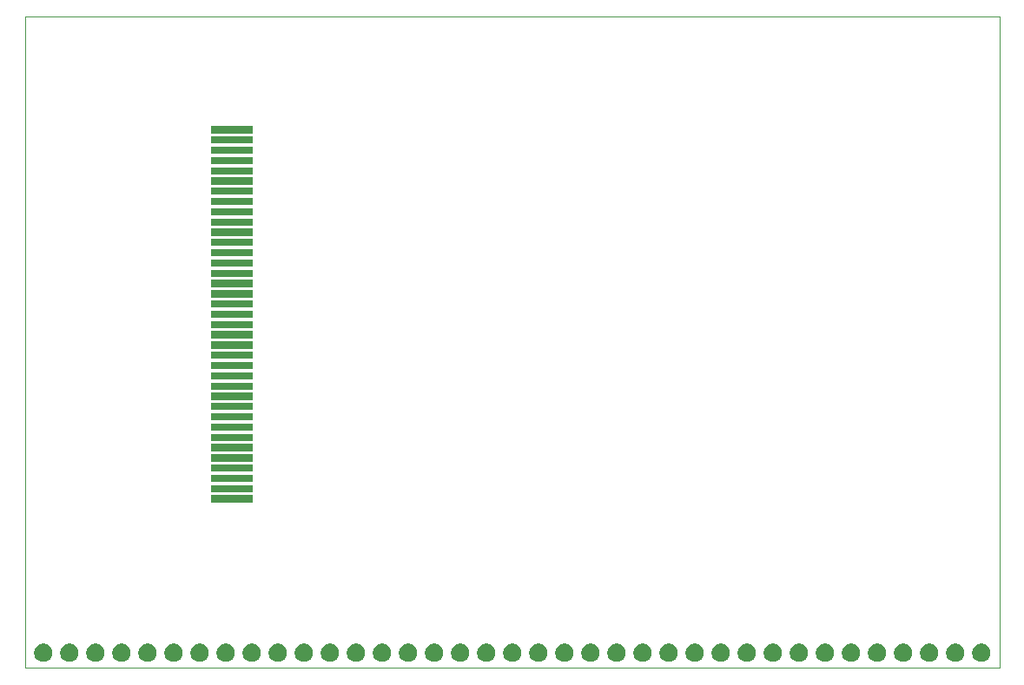
<source format=gbr>
G04 #@! TF.GenerationSoftware,KiCad,Pcbnew,(5.1.5)-3*
G04 #@! TF.CreationDate,2020-05-28T15:20:15-05:00*
G04 #@! TF.ProjectId,37P_TFT_Breakout,3337505f-5446-4545-9f42-7265616b6f75,rev?*
G04 #@! TF.SameCoordinates,Original*
G04 #@! TF.FileFunction,Soldermask,Top*
G04 #@! TF.FilePolarity,Negative*
%FSLAX46Y46*%
G04 Gerber Fmt 4.6, Leading zero omitted, Abs format (unit mm)*
G04 Created by KiCad (PCBNEW (5.1.5)-3) date 2020-05-28 15:20:15*
%MOMM*%
%LPD*%
G04 APERTURE LIST*
G04 #@! TA.AperFunction,Profile*
%ADD10C,0.120000*%
G04 #@! TD*
%ADD11C,0.150000*%
G04 APERTURE END LIST*
D10*
X197500000Y-70000000D02*
X197500000Y-133500000D01*
X102500000Y-70000000D02*
X197500000Y-70000000D01*
X102500000Y-133500000D02*
X102500000Y-70000000D01*
X102500000Y-133500000D02*
X197500000Y-133500000D01*
D11*
G36*
X129793512Y-131103927D02*
G01*
X129942812Y-131133624D01*
X130106784Y-131201544D01*
X130254354Y-131300147D01*
X130379853Y-131425646D01*
X130478456Y-131573216D01*
X130546376Y-131737188D01*
X130581000Y-131911259D01*
X130581000Y-132088741D01*
X130546376Y-132262812D01*
X130478456Y-132426784D01*
X130379853Y-132574354D01*
X130254354Y-132699853D01*
X130106784Y-132798456D01*
X129942812Y-132866376D01*
X129793512Y-132896073D01*
X129768742Y-132901000D01*
X129591258Y-132901000D01*
X129566488Y-132896073D01*
X129417188Y-132866376D01*
X129253216Y-132798456D01*
X129105646Y-132699853D01*
X128980147Y-132574354D01*
X128881544Y-132426784D01*
X128813624Y-132262812D01*
X128779000Y-132088741D01*
X128779000Y-131911259D01*
X128813624Y-131737188D01*
X128881544Y-131573216D01*
X128980147Y-131425646D01*
X129105646Y-131300147D01*
X129253216Y-131201544D01*
X129417188Y-131133624D01*
X129566488Y-131103927D01*
X129591258Y-131099000D01*
X129768742Y-131099000D01*
X129793512Y-131103927D01*
G37*
G36*
X104393512Y-131103927D02*
G01*
X104542812Y-131133624D01*
X104706784Y-131201544D01*
X104854354Y-131300147D01*
X104979853Y-131425646D01*
X105078456Y-131573216D01*
X105146376Y-131737188D01*
X105181000Y-131911259D01*
X105181000Y-132088741D01*
X105146376Y-132262812D01*
X105078456Y-132426784D01*
X104979853Y-132574354D01*
X104854354Y-132699853D01*
X104706784Y-132798456D01*
X104542812Y-132866376D01*
X104393512Y-132896073D01*
X104368742Y-132901000D01*
X104191258Y-132901000D01*
X104166488Y-132896073D01*
X104017188Y-132866376D01*
X103853216Y-132798456D01*
X103705646Y-132699853D01*
X103580147Y-132574354D01*
X103481544Y-132426784D01*
X103413624Y-132262812D01*
X103379000Y-132088741D01*
X103379000Y-131911259D01*
X103413624Y-131737188D01*
X103481544Y-131573216D01*
X103580147Y-131425646D01*
X103705646Y-131300147D01*
X103853216Y-131201544D01*
X104017188Y-131133624D01*
X104166488Y-131103927D01*
X104191258Y-131099000D01*
X104368742Y-131099000D01*
X104393512Y-131103927D01*
G37*
G36*
X106933512Y-131103927D02*
G01*
X107082812Y-131133624D01*
X107246784Y-131201544D01*
X107394354Y-131300147D01*
X107519853Y-131425646D01*
X107618456Y-131573216D01*
X107686376Y-131737188D01*
X107721000Y-131911259D01*
X107721000Y-132088741D01*
X107686376Y-132262812D01*
X107618456Y-132426784D01*
X107519853Y-132574354D01*
X107394354Y-132699853D01*
X107246784Y-132798456D01*
X107082812Y-132866376D01*
X106933512Y-132896073D01*
X106908742Y-132901000D01*
X106731258Y-132901000D01*
X106706488Y-132896073D01*
X106557188Y-132866376D01*
X106393216Y-132798456D01*
X106245646Y-132699853D01*
X106120147Y-132574354D01*
X106021544Y-132426784D01*
X105953624Y-132262812D01*
X105919000Y-132088741D01*
X105919000Y-131911259D01*
X105953624Y-131737188D01*
X106021544Y-131573216D01*
X106120147Y-131425646D01*
X106245646Y-131300147D01*
X106393216Y-131201544D01*
X106557188Y-131133624D01*
X106706488Y-131103927D01*
X106731258Y-131099000D01*
X106908742Y-131099000D01*
X106933512Y-131103927D01*
G37*
G36*
X109473512Y-131103927D02*
G01*
X109622812Y-131133624D01*
X109786784Y-131201544D01*
X109934354Y-131300147D01*
X110059853Y-131425646D01*
X110158456Y-131573216D01*
X110226376Y-131737188D01*
X110261000Y-131911259D01*
X110261000Y-132088741D01*
X110226376Y-132262812D01*
X110158456Y-132426784D01*
X110059853Y-132574354D01*
X109934354Y-132699853D01*
X109786784Y-132798456D01*
X109622812Y-132866376D01*
X109473512Y-132896073D01*
X109448742Y-132901000D01*
X109271258Y-132901000D01*
X109246488Y-132896073D01*
X109097188Y-132866376D01*
X108933216Y-132798456D01*
X108785646Y-132699853D01*
X108660147Y-132574354D01*
X108561544Y-132426784D01*
X108493624Y-132262812D01*
X108459000Y-132088741D01*
X108459000Y-131911259D01*
X108493624Y-131737188D01*
X108561544Y-131573216D01*
X108660147Y-131425646D01*
X108785646Y-131300147D01*
X108933216Y-131201544D01*
X109097188Y-131133624D01*
X109246488Y-131103927D01*
X109271258Y-131099000D01*
X109448742Y-131099000D01*
X109473512Y-131103927D01*
G37*
G36*
X112013512Y-131103927D02*
G01*
X112162812Y-131133624D01*
X112326784Y-131201544D01*
X112474354Y-131300147D01*
X112599853Y-131425646D01*
X112698456Y-131573216D01*
X112766376Y-131737188D01*
X112801000Y-131911259D01*
X112801000Y-132088741D01*
X112766376Y-132262812D01*
X112698456Y-132426784D01*
X112599853Y-132574354D01*
X112474354Y-132699853D01*
X112326784Y-132798456D01*
X112162812Y-132866376D01*
X112013512Y-132896073D01*
X111988742Y-132901000D01*
X111811258Y-132901000D01*
X111786488Y-132896073D01*
X111637188Y-132866376D01*
X111473216Y-132798456D01*
X111325646Y-132699853D01*
X111200147Y-132574354D01*
X111101544Y-132426784D01*
X111033624Y-132262812D01*
X110999000Y-132088741D01*
X110999000Y-131911259D01*
X111033624Y-131737188D01*
X111101544Y-131573216D01*
X111200147Y-131425646D01*
X111325646Y-131300147D01*
X111473216Y-131201544D01*
X111637188Y-131133624D01*
X111786488Y-131103927D01*
X111811258Y-131099000D01*
X111988742Y-131099000D01*
X112013512Y-131103927D01*
G37*
G36*
X114553512Y-131103927D02*
G01*
X114702812Y-131133624D01*
X114866784Y-131201544D01*
X115014354Y-131300147D01*
X115139853Y-131425646D01*
X115238456Y-131573216D01*
X115306376Y-131737188D01*
X115341000Y-131911259D01*
X115341000Y-132088741D01*
X115306376Y-132262812D01*
X115238456Y-132426784D01*
X115139853Y-132574354D01*
X115014354Y-132699853D01*
X114866784Y-132798456D01*
X114702812Y-132866376D01*
X114553512Y-132896073D01*
X114528742Y-132901000D01*
X114351258Y-132901000D01*
X114326488Y-132896073D01*
X114177188Y-132866376D01*
X114013216Y-132798456D01*
X113865646Y-132699853D01*
X113740147Y-132574354D01*
X113641544Y-132426784D01*
X113573624Y-132262812D01*
X113539000Y-132088741D01*
X113539000Y-131911259D01*
X113573624Y-131737188D01*
X113641544Y-131573216D01*
X113740147Y-131425646D01*
X113865646Y-131300147D01*
X114013216Y-131201544D01*
X114177188Y-131133624D01*
X114326488Y-131103927D01*
X114351258Y-131099000D01*
X114528742Y-131099000D01*
X114553512Y-131103927D01*
G37*
G36*
X117093512Y-131103927D02*
G01*
X117242812Y-131133624D01*
X117406784Y-131201544D01*
X117554354Y-131300147D01*
X117679853Y-131425646D01*
X117778456Y-131573216D01*
X117846376Y-131737188D01*
X117881000Y-131911259D01*
X117881000Y-132088741D01*
X117846376Y-132262812D01*
X117778456Y-132426784D01*
X117679853Y-132574354D01*
X117554354Y-132699853D01*
X117406784Y-132798456D01*
X117242812Y-132866376D01*
X117093512Y-132896073D01*
X117068742Y-132901000D01*
X116891258Y-132901000D01*
X116866488Y-132896073D01*
X116717188Y-132866376D01*
X116553216Y-132798456D01*
X116405646Y-132699853D01*
X116280147Y-132574354D01*
X116181544Y-132426784D01*
X116113624Y-132262812D01*
X116079000Y-132088741D01*
X116079000Y-131911259D01*
X116113624Y-131737188D01*
X116181544Y-131573216D01*
X116280147Y-131425646D01*
X116405646Y-131300147D01*
X116553216Y-131201544D01*
X116717188Y-131133624D01*
X116866488Y-131103927D01*
X116891258Y-131099000D01*
X117068742Y-131099000D01*
X117093512Y-131103927D01*
G37*
G36*
X119633512Y-131103927D02*
G01*
X119782812Y-131133624D01*
X119946784Y-131201544D01*
X120094354Y-131300147D01*
X120219853Y-131425646D01*
X120318456Y-131573216D01*
X120386376Y-131737188D01*
X120421000Y-131911259D01*
X120421000Y-132088741D01*
X120386376Y-132262812D01*
X120318456Y-132426784D01*
X120219853Y-132574354D01*
X120094354Y-132699853D01*
X119946784Y-132798456D01*
X119782812Y-132866376D01*
X119633512Y-132896073D01*
X119608742Y-132901000D01*
X119431258Y-132901000D01*
X119406488Y-132896073D01*
X119257188Y-132866376D01*
X119093216Y-132798456D01*
X118945646Y-132699853D01*
X118820147Y-132574354D01*
X118721544Y-132426784D01*
X118653624Y-132262812D01*
X118619000Y-132088741D01*
X118619000Y-131911259D01*
X118653624Y-131737188D01*
X118721544Y-131573216D01*
X118820147Y-131425646D01*
X118945646Y-131300147D01*
X119093216Y-131201544D01*
X119257188Y-131133624D01*
X119406488Y-131103927D01*
X119431258Y-131099000D01*
X119608742Y-131099000D01*
X119633512Y-131103927D01*
G37*
G36*
X122173512Y-131103927D02*
G01*
X122322812Y-131133624D01*
X122486784Y-131201544D01*
X122634354Y-131300147D01*
X122759853Y-131425646D01*
X122858456Y-131573216D01*
X122926376Y-131737188D01*
X122961000Y-131911259D01*
X122961000Y-132088741D01*
X122926376Y-132262812D01*
X122858456Y-132426784D01*
X122759853Y-132574354D01*
X122634354Y-132699853D01*
X122486784Y-132798456D01*
X122322812Y-132866376D01*
X122173512Y-132896073D01*
X122148742Y-132901000D01*
X121971258Y-132901000D01*
X121946488Y-132896073D01*
X121797188Y-132866376D01*
X121633216Y-132798456D01*
X121485646Y-132699853D01*
X121360147Y-132574354D01*
X121261544Y-132426784D01*
X121193624Y-132262812D01*
X121159000Y-132088741D01*
X121159000Y-131911259D01*
X121193624Y-131737188D01*
X121261544Y-131573216D01*
X121360147Y-131425646D01*
X121485646Y-131300147D01*
X121633216Y-131201544D01*
X121797188Y-131133624D01*
X121946488Y-131103927D01*
X121971258Y-131099000D01*
X122148742Y-131099000D01*
X122173512Y-131103927D01*
G37*
G36*
X124713512Y-131103927D02*
G01*
X124862812Y-131133624D01*
X125026784Y-131201544D01*
X125174354Y-131300147D01*
X125299853Y-131425646D01*
X125398456Y-131573216D01*
X125466376Y-131737188D01*
X125501000Y-131911259D01*
X125501000Y-132088741D01*
X125466376Y-132262812D01*
X125398456Y-132426784D01*
X125299853Y-132574354D01*
X125174354Y-132699853D01*
X125026784Y-132798456D01*
X124862812Y-132866376D01*
X124713512Y-132896073D01*
X124688742Y-132901000D01*
X124511258Y-132901000D01*
X124486488Y-132896073D01*
X124337188Y-132866376D01*
X124173216Y-132798456D01*
X124025646Y-132699853D01*
X123900147Y-132574354D01*
X123801544Y-132426784D01*
X123733624Y-132262812D01*
X123699000Y-132088741D01*
X123699000Y-131911259D01*
X123733624Y-131737188D01*
X123801544Y-131573216D01*
X123900147Y-131425646D01*
X124025646Y-131300147D01*
X124173216Y-131201544D01*
X124337188Y-131133624D01*
X124486488Y-131103927D01*
X124511258Y-131099000D01*
X124688742Y-131099000D01*
X124713512Y-131103927D01*
G37*
G36*
X127253512Y-131103927D02*
G01*
X127402812Y-131133624D01*
X127566784Y-131201544D01*
X127714354Y-131300147D01*
X127839853Y-131425646D01*
X127938456Y-131573216D01*
X128006376Y-131737188D01*
X128041000Y-131911259D01*
X128041000Y-132088741D01*
X128006376Y-132262812D01*
X127938456Y-132426784D01*
X127839853Y-132574354D01*
X127714354Y-132699853D01*
X127566784Y-132798456D01*
X127402812Y-132866376D01*
X127253512Y-132896073D01*
X127228742Y-132901000D01*
X127051258Y-132901000D01*
X127026488Y-132896073D01*
X126877188Y-132866376D01*
X126713216Y-132798456D01*
X126565646Y-132699853D01*
X126440147Y-132574354D01*
X126341544Y-132426784D01*
X126273624Y-132262812D01*
X126239000Y-132088741D01*
X126239000Y-131911259D01*
X126273624Y-131737188D01*
X126341544Y-131573216D01*
X126440147Y-131425646D01*
X126565646Y-131300147D01*
X126713216Y-131201544D01*
X126877188Y-131133624D01*
X127026488Y-131103927D01*
X127051258Y-131099000D01*
X127228742Y-131099000D01*
X127253512Y-131103927D01*
G37*
G36*
X132333512Y-131103927D02*
G01*
X132482812Y-131133624D01*
X132646784Y-131201544D01*
X132794354Y-131300147D01*
X132919853Y-131425646D01*
X133018456Y-131573216D01*
X133086376Y-131737188D01*
X133121000Y-131911259D01*
X133121000Y-132088741D01*
X133086376Y-132262812D01*
X133018456Y-132426784D01*
X132919853Y-132574354D01*
X132794354Y-132699853D01*
X132646784Y-132798456D01*
X132482812Y-132866376D01*
X132333512Y-132896073D01*
X132308742Y-132901000D01*
X132131258Y-132901000D01*
X132106488Y-132896073D01*
X131957188Y-132866376D01*
X131793216Y-132798456D01*
X131645646Y-132699853D01*
X131520147Y-132574354D01*
X131421544Y-132426784D01*
X131353624Y-132262812D01*
X131319000Y-132088741D01*
X131319000Y-131911259D01*
X131353624Y-131737188D01*
X131421544Y-131573216D01*
X131520147Y-131425646D01*
X131645646Y-131300147D01*
X131793216Y-131201544D01*
X131957188Y-131133624D01*
X132106488Y-131103927D01*
X132131258Y-131099000D01*
X132308742Y-131099000D01*
X132333512Y-131103927D01*
G37*
G36*
X134873512Y-131103927D02*
G01*
X135022812Y-131133624D01*
X135186784Y-131201544D01*
X135334354Y-131300147D01*
X135459853Y-131425646D01*
X135558456Y-131573216D01*
X135626376Y-131737188D01*
X135661000Y-131911259D01*
X135661000Y-132088741D01*
X135626376Y-132262812D01*
X135558456Y-132426784D01*
X135459853Y-132574354D01*
X135334354Y-132699853D01*
X135186784Y-132798456D01*
X135022812Y-132866376D01*
X134873512Y-132896073D01*
X134848742Y-132901000D01*
X134671258Y-132901000D01*
X134646488Y-132896073D01*
X134497188Y-132866376D01*
X134333216Y-132798456D01*
X134185646Y-132699853D01*
X134060147Y-132574354D01*
X133961544Y-132426784D01*
X133893624Y-132262812D01*
X133859000Y-132088741D01*
X133859000Y-131911259D01*
X133893624Y-131737188D01*
X133961544Y-131573216D01*
X134060147Y-131425646D01*
X134185646Y-131300147D01*
X134333216Y-131201544D01*
X134497188Y-131133624D01*
X134646488Y-131103927D01*
X134671258Y-131099000D01*
X134848742Y-131099000D01*
X134873512Y-131103927D01*
G37*
G36*
X137413512Y-131103927D02*
G01*
X137562812Y-131133624D01*
X137726784Y-131201544D01*
X137874354Y-131300147D01*
X137999853Y-131425646D01*
X138098456Y-131573216D01*
X138166376Y-131737188D01*
X138201000Y-131911259D01*
X138201000Y-132088741D01*
X138166376Y-132262812D01*
X138098456Y-132426784D01*
X137999853Y-132574354D01*
X137874354Y-132699853D01*
X137726784Y-132798456D01*
X137562812Y-132866376D01*
X137413512Y-132896073D01*
X137388742Y-132901000D01*
X137211258Y-132901000D01*
X137186488Y-132896073D01*
X137037188Y-132866376D01*
X136873216Y-132798456D01*
X136725646Y-132699853D01*
X136600147Y-132574354D01*
X136501544Y-132426784D01*
X136433624Y-132262812D01*
X136399000Y-132088741D01*
X136399000Y-131911259D01*
X136433624Y-131737188D01*
X136501544Y-131573216D01*
X136600147Y-131425646D01*
X136725646Y-131300147D01*
X136873216Y-131201544D01*
X137037188Y-131133624D01*
X137186488Y-131103927D01*
X137211258Y-131099000D01*
X137388742Y-131099000D01*
X137413512Y-131103927D01*
G37*
G36*
X139953512Y-131103927D02*
G01*
X140102812Y-131133624D01*
X140266784Y-131201544D01*
X140414354Y-131300147D01*
X140539853Y-131425646D01*
X140638456Y-131573216D01*
X140706376Y-131737188D01*
X140741000Y-131911259D01*
X140741000Y-132088741D01*
X140706376Y-132262812D01*
X140638456Y-132426784D01*
X140539853Y-132574354D01*
X140414354Y-132699853D01*
X140266784Y-132798456D01*
X140102812Y-132866376D01*
X139953512Y-132896073D01*
X139928742Y-132901000D01*
X139751258Y-132901000D01*
X139726488Y-132896073D01*
X139577188Y-132866376D01*
X139413216Y-132798456D01*
X139265646Y-132699853D01*
X139140147Y-132574354D01*
X139041544Y-132426784D01*
X138973624Y-132262812D01*
X138939000Y-132088741D01*
X138939000Y-131911259D01*
X138973624Y-131737188D01*
X139041544Y-131573216D01*
X139140147Y-131425646D01*
X139265646Y-131300147D01*
X139413216Y-131201544D01*
X139577188Y-131133624D01*
X139726488Y-131103927D01*
X139751258Y-131099000D01*
X139928742Y-131099000D01*
X139953512Y-131103927D01*
G37*
G36*
X142493512Y-131103927D02*
G01*
X142642812Y-131133624D01*
X142806784Y-131201544D01*
X142954354Y-131300147D01*
X143079853Y-131425646D01*
X143178456Y-131573216D01*
X143246376Y-131737188D01*
X143281000Y-131911259D01*
X143281000Y-132088741D01*
X143246376Y-132262812D01*
X143178456Y-132426784D01*
X143079853Y-132574354D01*
X142954354Y-132699853D01*
X142806784Y-132798456D01*
X142642812Y-132866376D01*
X142493512Y-132896073D01*
X142468742Y-132901000D01*
X142291258Y-132901000D01*
X142266488Y-132896073D01*
X142117188Y-132866376D01*
X141953216Y-132798456D01*
X141805646Y-132699853D01*
X141680147Y-132574354D01*
X141581544Y-132426784D01*
X141513624Y-132262812D01*
X141479000Y-132088741D01*
X141479000Y-131911259D01*
X141513624Y-131737188D01*
X141581544Y-131573216D01*
X141680147Y-131425646D01*
X141805646Y-131300147D01*
X141953216Y-131201544D01*
X142117188Y-131133624D01*
X142266488Y-131103927D01*
X142291258Y-131099000D01*
X142468742Y-131099000D01*
X142493512Y-131103927D01*
G37*
G36*
X145033512Y-131103927D02*
G01*
X145182812Y-131133624D01*
X145346784Y-131201544D01*
X145494354Y-131300147D01*
X145619853Y-131425646D01*
X145718456Y-131573216D01*
X145786376Y-131737188D01*
X145821000Y-131911259D01*
X145821000Y-132088741D01*
X145786376Y-132262812D01*
X145718456Y-132426784D01*
X145619853Y-132574354D01*
X145494354Y-132699853D01*
X145346784Y-132798456D01*
X145182812Y-132866376D01*
X145033512Y-132896073D01*
X145008742Y-132901000D01*
X144831258Y-132901000D01*
X144806488Y-132896073D01*
X144657188Y-132866376D01*
X144493216Y-132798456D01*
X144345646Y-132699853D01*
X144220147Y-132574354D01*
X144121544Y-132426784D01*
X144053624Y-132262812D01*
X144019000Y-132088741D01*
X144019000Y-131911259D01*
X144053624Y-131737188D01*
X144121544Y-131573216D01*
X144220147Y-131425646D01*
X144345646Y-131300147D01*
X144493216Y-131201544D01*
X144657188Y-131133624D01*
X144806488Y-131103927D01*
X144831258Y-131099000D01*
X145008742Y-131099000D01*
X145033512Y-131103927D01*
G37*
G36*
X147573512Y-131103927D02*
G01*
X147722812Y-131133624D01*
X147886784Y-131201544D01*
X148034354Y-131300147D01*
X148159853Y-131425646D01*
X148258456Y-131573216D01*
X148326376Y-131737188D01*
X148361000Y-131911259D01*
X148361000Y-132088741D01*
X148326376Y-132262812D01*
X148258456Y-132426784D01*
X148159853Y-132574354D01*
X148034354Y-132699853D01*
X147886784Y-132798456D01*
X147722812Y-132866376D01*
X147573512Y-132896073D01*
X147548742Y-132901000D01*
X147371258Y-132901000D01*
X147346488Y-132896073D01*
X147197188Y-132866376D01*
X147033216Y-132798456D01*
X146885646Y-132699853D01*
X146760147Y-132574354D01*
X146661544Y-132426784D01*
X146593624Y-132262812D01*
X146559000Y-132088741D01*
X146559000Y-131911259D01*
X146593624Y-131737188D01*
X146661544Y-131573216D01*
X146760147Y-131425646D01*
X146885646Y-131300147D01*
X147033216Y-131201544D01*
X147197188Y-131133624D01*
X147346488Y-131103927D01*
X147371258Y-131099000D01*
X147548742Y-131099000D01*
X147573512Y-131103927D01*
G37*
G36*
X175513512Y-131103927D02*
G01*
X175662812Y-131133624D01*
X175826784Y-131201544D01*
X175974354Y-131300147D01*
X176099853Y-131425646D01*
X176198456Y-131573216D01*
X176266376Y-131737188D01*
X176301000Y-131911259D01*
X176301000Y-132088741D01*
X176266376Y-132262812D01*
X176198456Y-132426784D01*
X176099853Y-132574354D01*
X175974354Y-132699853D01*
X175826784Y-132798456D01*
X175662812Y-132866376D01*
X175513512Y-132896073D01*
X175488742Y-132901000D01*
X175311258Y-132901000D01*
X175286488Y-132896073D01*
X175137188Y-132866376D01*
X174973216Y-132798456D01*
X174825646Y-132699853D01*
X174700147Y-132574354D01*
X174601544Y-132426784D01*
X174533624Y-132262812D01*
X174499000Y-132088741D01*
X174499000Y-131911259D01*
X174533624Y-131737188D01*
X174601544Y-131573216D01*
X174700147Y-131425646D01*
X174825646Y-131300147D01*
X174973216Y-131201544D01*
X175137188Y-131133624D01*
X175286488Y-131103927D01*
X175311258Y-131099000D01*
X175488742Y-131099000D01*
X175513512Y-131103927D01*
G37*
G36*
X150113512Y-131103927D02*
G01*
X150262812Y-131133624D01*
X150426784Y-131201544D01*
X150574354Y-131300147D01*
X150699853Y-131425646D01*
X150798456Y-131573216D01*
X150866376Y-131737188D01*
X150901000Y-131911259D01*
X150901000Y-132088741D01*
X150866376Y-132262812D01*
X150798456Y-132426784D01*
X150699853Y-132574354D01*
X150574354Y-132699853D01*
X150426784Y-132798456D01*
X150262812Y-132866376D01*
X150113512Y-132896073D01*
X150088742Y-132901000D01*
X149911258Y-132901000D01*
X149886488Y-132896073D01*
X149737188Y-132866376D01*
X149573216Y-132798456D01*
X149425646Y-132699853D01*
X149300147Y-132574354D01*
X149201544Y-132426784D01*
X149133624Y-132262812D01*
X149099000Y-132088741D01*
X149099000Y-131911259D01*
X149133624Y-131737188D01*
X149201544Y-131573216D01*
X149300147Y-131425646D01*
X149425646Y-131300147D01*
X149573216Y-131201544D01*
X149737188Y-131133624D01*
X149886488Y-131103927D01*
X149911258Y-131099000D01*
X150088742Y-131099000D01*
X150113512Y-131103927D01*
G37*
G36*
X152653512Y-131103927D02*
G01*
X152802812Y-131133624D01*
X152966784Y-131201544D01*
X153114354Y-131300147D01*
X153239853Y-131425646D01*
X153338456Y-131573216D01*
X153406376Y-131737188D01*
X153441000Y-131911259D01*
X153441000Y-132088741D01*
X153406376Y-132262812D01*
X153338456Y-132426784D01*
X153239853Y-132574354D01*
X153114354Y-132699853D01*
X152966784Y-132798456D01*
X152802812Y-132866376D01*
X152653512Y-132896073D01*
X152628742Y-132901000D01*
X152451258Y-132901000D01*
X152426488Y-132896073D01*
X152277188Y-132866376D01*
X152113216Y-132798456D01*
X151965646Y-132699853D01*
X151840147Y-132574354D01*
X151741544Y-132426784D01*
X151673624Y-132262812D01*
X151639000Y-132088741D01*
X151639000Y-131911259D01*
X151673624Y-131737188D01*
X151741544Y-131573216D01*
X151840147Y-131425646D01*
X151965646Y-131300147D01*
X152113216Y-131201544D01*
X152277188Y-131133624D01*
X152426488Y-131103927D01*
X152451258Y-131099000D01*
X152628742Y-131099000D01*
X152653512Y-131103927D01*
G37*
G36*
X155193512Y-131103927D02*
G01*
X155342812Y-131133624D01*
X155506784Y-131201544D01*
X155654354Y-131300147D01*
X155779853Y-131425646D01*
X155878456Y-131573216D01*
X155946376Y-131737188D01*
X155981000Y-131911259D01*
X155981000Y-132088741D01*
X155946376Y-132262812D01*
X155878456Y-132426784D01*
X155779853Y-132574354D01*
X155654354Y-132699853D01*
X155506784Y-132798456D01*
X155342812Y-132866376D01*
X155193512Y-132896073D01*
X155168742Y-132901000D01*
X154991258Y-132901000D01*
X154966488Y-132896073D01*
X154817188Y-132866376D01*
X154653216Y-132798456D01*
X154505646Y-132699853D01*
X154380147Y-132574354D01*
X154281544Y-132426784D01*
X154213624Y-132262812D01*
X154179000Y-132088741D01*
X154179000Y-131911259D01*
X154213624Y-131737188D01*
X154281544Y-131573216D01*
X154380147Y-131425646D01*
X154505646Y-131300147D01*
X154653216Y-131201544D01*
X154817188Y-131133624D01*
X154966488Y-131103927D01*
X154991258Y-131099000D01*
X155168742Y-131099000D01*
X155193512Y-131103927D01*
G37*
G36*
X157733512Y-131103927D02*
G01*
X157882812Y-131133624D01*
X158046784Y-131201544D01*
X158194354Y-131300147D01*
X158319853Y-131425646D01*
X158418456Y-131573216D01*
X158486376Y-131737188D01*
X158521000Y-131911259D01*
X158521000Y-132088741D01*
X158486376Y-132262812D01*
X158418456Y-132426784D01*
X158319853Y-132574354D01*
X158194354Y-132699853D01*
X158046784Y-132798456D01*
X157882812Y-132866376D01*
X157733512Y-132896073D01*
X157708742Y-132901000D01*
X157531258Y-132901000D01*
X157506488Y-132896073D01*
X157357188Y-132866376D01*
X157193216Y-132798456D01*
X157045646Y-132699853D01*
X156920147Y-132574354D01*
X156821544Y-132426784D01*
X156753624Y-132262812D01*
X156719000Y-132088741D01*
X156719000Y-131911259D01*
X156753624Y-131737188D01*
X156821544Y-131573216D01*
X156920147Y-131425646D01*
X157045646Y-131300147D01*
X157193216Y-131201544D01*
X157357188Y-131133624D01*
X157506488Y-131103927D01*
X157531258Y-131099000D01*
X157708742Y-131099000D01*
X157733512Y-131103927D01*
G37*
G36*
X160273512Y-131103927D02*
G01*
X160422812Y-131133624D01*
X160586784Y-131201544D01*
X160734354Y-131300147D01*
X160859853Y-131425646D01*
X160958456Y-131573216D01*
X161026376Y-131737188D01*
X161061000Y-131911259D01*
X161061000Y-132088741D01*
X161026376Y-132262812D01*
X160958456Y-132426784D01*
X160859853Y-132574354D01*
X160734354Y-132699853D01*
X160586784Y-132798456D01*
X160422812Y-132866376D01*
X160273512Y-132896073D01*
X160248742Y-132901000D01*
X160071258Y-132901000D01*
X160046488Y-132896073D01*
X159897188Y-132866376D01*
X159733216Y-132798456D01*
X159585646Y-132699853D01*
X159460147Y-132574354D01*
X159361544Y-132426784D01*
X159293624Y-132262812D01*
X159259000Y-132088741D01*
X159259000Y-131911259D01*
X159293624Y-131737188D01*
X159361544Y-131573216D01*
X159460147Y-131425646D01*
X159585646Y-131300147D01*
X159733216Y-131201544D01*
X159897188Y-131133624D01*
X160046488Y-131103927D01*
X160071258Y-131099000D01*
X160248742Y-131099000D01*
X160273512Y-131103927D01*
G37*
G36*
X162813512Y-131103927D02*
G01*
X162962812Y-131133624D01*
X163126784Y-131201544D01*
X163274354Y-131300147D01*
X163399853Y-131425646D01*
X163498456Y-131573216D01*
X163566376Y-131737188D01*
X163601000Y-131911259D01*
X163601000Y-132088741D01*
X163566376Y-132262812D01*
X163498456Y-132426784D01*
X163399853Y-132574354D01*
X163274354Y-132699853D01*
X163126784Y-132798456D01*
X162962812Y-132866376D01*
X162813512Y-132896073D01*
X162788742Y-132901000D01*
X162611258Y-132901000D01*
X162586488Y-132896073D01*
X162437188Y-132866376D01*
X162273216Y-132798456D01*
X162125646Y-132699853D01*
X162000147Y-132574354D01*
X161901544Y-132426784D01*
X161833624Y-132262812D01*
X161799000Y-132088741D01*
X161799000Y-131911259D01*
X161833624Y-131737188D01*
X161901544Y-131573216D01*
X162000147Y-131425646D01*
X162125646Y-131300147D01*
X162273216Y-131201544D01*
X162437188Y-131133624D01*
X162586488Y-131103927D01*
X162611258Y-131099000D01*
X162788742Y-131099000D01*
X162813512Y-131103927D01*
G37*
G36*
X165353512Y-131103927D02*
G01*
X165502812Y-131133624D01*
X165666784Y-131201544D01*
X165814354Y-131300147D01*
X165939853Y-131425646D01*
X166038456Y-131573216D01*
X166106376Y-131737188D01*
X166141000Y-131911259D01*
X166141000Y-132088741D01*
X166106376Y-132262812D01*
X166038456Y-132426784D01*
X165939853Y-132574354D01*
X165814354Y-132699853D01*
X165666784Y-132798456D01*
X165502812Y-132866376D01*
X165353512Y-132896073D01*
X165328742Y-132901000D01*
X165151258Y-132901000D01*
X165126488Y-132896073D01*
X164977188Y-132866376D01*
X164813216Y-132798456D01*
X164665646Y-132699853D01*
X164540147Y-132574354D01*
X164441544Y-132426784D01*
X164373624Y-132262812D01*
X164339000Y-132088741D01*
X164339000Y-131911259D01*
X164373624Y-131737188D01*
X164441544Y-131573216D01*
X164540147Y-131425646D01*
X164665646Y-131300147D01*
X164813216Y-131201544D01*
X164977188Y-131133624D01*
X165126488Y-131103927D01*
X165151258Y-131099000D01*
X165328742Y-131099000D01*
X165353512Y-131103927D01*
G37*
G36*
X167893512Y-131103927D02*
G01*
X168042812Y-131133624D01*
X168206784Y-131201544D01*
X168354354Y-131300147D01*
X168479853Y-131425646D01*
X168578456Y-131573216D01*
X168646376Y-131737188D01*
X168681000Y-131911259D01*
X168681000Y-132088741D01*
X168646376Y-132262812D01*
X168578456Y-132426784D01*
X168479853Y-132574354D01*
X168354354Y-132699853D01*
X168206784Y-132798456D01*
X168042812Y-132866376D01*
X167893512Y-132896073D01*
X167868742Y-132901000D01*
X167691258Y-132901000D01*
X167666488Y-132896073D01*
X167517188Y-132866376D01*
X167353216Y-132798456D01*
X167205646Y-132699853D01*
X167080147Y-132574354D01*
X166981544Y-132426784D01*
X166913624Y-132262812D01*
X166879000Y-132088741D01*
X166879000Y-131911259D01*
X166913624Y-131737188D01*
X166981544Y-131573216D01*
X167080147Y-131425646D01*
X167205646Y-131300147D01*
X167353216Y-131201544D01*
X167517188Y-131133624D01*
X167666488Y-131103927D01*
X167691258Y-131099000D01*
X167868742Y-131099000D01*
X167893512Y-131103927D01*
G37*
G36*
X170433512Y-131103927D02*
G01*
X170582812Y-131133624D01*
X170746784Y-131201544D01*
X170894354Y-131300147D01*
X171019853Y-131425646D01*
X171118456Y-131573216D01*
X171186376Y-131737188D01*
X171221000Y-131911259D01*
X171221000Y-132088741D01*
X171186376Y-132262812D01*
X171118456Y-132426784D01*
X171019853Y-132574354D01*
X170894354Y-132699853D01*
X170746784Y-132798456D01*
X170582812Y-132866376D01*
X170433512Y-132896073D01*
X170408742Y-132901000D01*
X170231258Y-132901000D01*
X170206488Y-132896073D01*
X170057188Y-132866376D01*
X169893216Y-132798456D01*
X169745646Y-132699853D01*
X169620147Y-132574354D01*
X169521544Y-132426784D01*
X169453624Y-132262812D01*
X169419000Y-132088741D01*
X169419000Y-131911259D01*
X169453624Y-131737188D01*
X169521544Y-131573216D01*
X169620147Y-131425646D01*
X169745646Y-131300147D01*
X169893216Y-131201544D01*
X170057188Y-131133624D01*
X170206488Y-131103927D01*
X170231258Y-131099000D01*
X170408742Y-131099000D01*
X170433512Y-131103927D01*
G37*
G36*
X172973512Y-131103927D02*
G01*
X173122812Y-131133624D01*
X173286784Y-131201544D01*
X173434354Y-131300147D01*
X173559853Y-131425646D01*
X173658456Y-131573216D01*
X173726376Y-131737188D01*
X173761000Y-131911259D01*
X173761000Y-132088741D01*
X173726376Y-132262812D01*
X173658456Y-132426784D01*
X173559853Y-132574354D01*
X173434354Y-132699853D01*
X173286784Y-132798456D01*
X173122812Y-132866376D01*
X172973512Y-132896073D01*
X172948742Y-132901000D01*
X172771258Y-132901000D01*
X172746488Y-132896073D01*
X172597188Y-132866376D01*
X172433216Y-132798456D01*
X172285646Y-132699853D01*
X172160147Y-132574354D01*
X172061544Y-132426784D01*
X171993624Y-132262812D01*
X171959000Y-132088741D01*
X171959000Y-131911259D01*
X171993624Y-131737188D01*
X172061544Y-131573216D01*
X172160147Y-131425646D01*
X172285646Y-131300147D01*
X172433216Y-131201544D01*
X172597188Y-131133624D01*
X172746488Y-131103927D01*
X172771258Y-131099000D01*
X172948742Y-131099000D01*
X172973512Y-131103927D01*
G37*
G36*
X178053512Y-131103927D02*
G01*
X178202812Y-131133624D01*
X178366784Y-131201544D01*
X178514354Y-131300147D01*
X178639853Y-131425646D01*
X178738456Y-131573216D01*
X178806376Y-131737188D01*
X178841000Y-131911259D01*
X178841000Y-132088741D01*
X178806376Y-132262812D01*
X178738456Y-132426784D01*
X178639853Y-132574354D01*
X178514354Y-132699853D01*
X178366784Y-132798456D01*
X178202812Y-132866376D01*
X178053512Y-132896073D01*
X178028742Y-132901000D01*
X177851258Y-132901000D01*
X177826488Y-132896073D01*
X177677188Y-132866376D01*
X177513216Y-132798456D01*
X177365646Y-132699853D01*
X177240147Y-132574354D01*
X177141544Y-132426784D01*
X177073624Y-132262812D01*
X177039000Y-132088741D01*
X177039000Y-131911259D01*
X177073624Y-131737188D01*
X177141544Y-131573216D01*
X177240147Y-131425646D01*
X177365646Y-131300147D01*
X177513216Y-131201544D01*
X177677188Y-131133624D01*
X177826488Y-131103927D01*
X177851258Y-131099000D01*
X178028742Y-131099000D01*
X178053512Y-131103927D01*
G37*
G36*
X180593512Y-131103927D02*
G01*
X180742812Y-131133624D01*
X180906784Y-131201544D01*
X181054354Y-131300147D01*
X181179853Y-131425646D01*
X181278456Y-131573216D01*
X181346376Y-131737188D01*
X181381000Y-131911259D01*
X181381000Y-132088741D01*
X181346376Y-132262812D01*
X181278456Y-132426784D01*
X181179853Y-132574354D01*
X181054354Y-132699853D01*
X180906784Y-132798456D01*
X180742812Y-132866376D01*
X180593512Y-132896073D01*
X180568742Y-132901000D01*
X180391258Y-132901000D01*
X180366488Y-132896073D01*
X180217188Y-132866376D01*
X180053216Y-132798456D01*
X179905646Y-132699853D01*
X179780147Y-132574354D01*
X179681544Y-132426784D01*
X179613624Y-132262812D01*
X179579000Y-132088741D01*
X179579000Y-131911259D01*
X179613624Y-131737188D01*
X179681544Y-131573216D01*
X179780147Y-131425646D01*
X179905646Y-131300147D01*
X180053216Y-131201544D01*
X180217188Y-131133624D01*
X180366488Y-131103927D01*
X180391258Y-131099000D01*
X180568742Y-131099000D01*
X180593512Y-131103927D01*
G37*
G36*
X183133512Y-131103927D02*
G01*
X183282812Y-131133624D01*
X183446784Y-131201544D01*
X183594354Y-131300147D01*
X183719853Y-131425646D01*
X183818456Y-131573216D01*
X183886376Y-131737188D01*
X183921000Y-131911259D01*
X183921000Y-132088741D01*
X183886376Y-132262812D01*
X183818456Y-132426784D01*
X183719853Y-132574354D01*
X183594354Y-132699853D01*
X183446784Y-132798456D01*
X183282812Y-132866376D01*
X183133512Y-132896073D01*
X183108742Y-132901000D01*
X182931258Y-132901000D01*
X182906488Y-132896073D01*
X182757188Y-132866376D01*
X182593216Y-132798456D01*
X182445646Y-132699853D01*
X182320147Y-132574354D01*
X182221544Y-132426784D01*
X182153624Y-132262812D01*
X182119000Y-132088741D01*
X182119000Y-131911259D01*
X182153624Y-131737188D01*
X182221544Y-131573216D01*
X182320147Y-131425646D01*
X182445646Y-131300147D01*
X182593216Y-131201544D01*
X182757188Y-131133624D01*
X182906488Y-131103927D01*
X182931258Y-131099000D01*
X183108742Y-131099000D01*
X183133512Y-131103927D01*
G37*
G36*
X185673512Y-131103927D02*
G01*
X185822812Y-131133624D01*
X185986784Y-131201544D01*
X186134354Y-131300147D01*
X186259853Y-131425646D01*
X186358456Y-131573216D01*
X186426376Y-131737188D01*
X186461000Y-131911259D01*
X186461000Y-132088741D01*
X186426376Y-132262812D01*
X186358456Y-132426784D01*
X186259853Y-132574354D01*
X186134354Y-132699853D01*
X185986784Y-132798456D01*
X185822812Y-132866376D01*
X185673512Y-132896073D01*
X185648742Y-132901000D01*
X185471258Y-132901000D01*
X185446488Y-132896073D01*
X185297188Y-132866376D01*
X185133216Y-132798456D01*
X184985646Y-132699853D01*
X184860147Y-132574354D01*
X184761544Y-132426784D01*
X184693624Y-132262812D01*
X184659000Y-132088741D01*
X184659000Y-131911259D01*
X184693624Y-131737188D01*
X184761544Y-131573216D01*
X184860147Y-131425646D01*
X184985646Y-131300147D01*
X185133216Y-131201544D01*
X185297188Y-131133624D01*
X185446488Y-131103927D01*
X185471258Y-131099000D01*
X185648742Y-131099000D01*
X185673512Y-131103927D01*
G37*
G36*
X188213512Y-131103927D02*
G01*
X188362812Y-131133624D01*
X188526784Y-131201544D01*
X188674354Y-131300147D01*
X188799853Y-131425646D01*
X188898456Y-131573216D01*
X188966376Y-131737188D01*
X189001000Y-131911259D01*
X189001000Y-132088741D01*
X188966376Y-132262812D01*
X188898456Y-132426784D01*
X188799853Y-132574354D01*
X188674354Y-132699853D01*
X188526784Y-132798456D01*
X188362812Y-132866376D01*
X188213512Y-132896073D01*
X188188742Y-132901000D01*
X188011258Y-132901000D01*
X187986488Y-132896073D01*
X187837188Y-132866376D01*
X187673216Y-132798456D01*
X187525646Y-132699853D01*
X187400147Y-132574354D01*
X187301544Y-132426784D01*
X187233624Y-132262812D01*
X187199000Y-132088741D01*
X187199000Y-131911259D01*
X187233624Y-131737188D01*
X187301544Y-131573216D01*
X187400147Y-131425646D01*
X187525646Y-131300147D01*
X187673216Y-131201544D01*
X187837188Y-131133624D01*
X187986488Y-131103927D01*
X188011258Y-131099000D01*
X188188742Y-131099000D01*
X188213512Y-131103927D01*
G37*
G36*
X190753512Y-131103927D02*
G01*
X190902812Y-131133624D01*
X191066784Y-131201544D01*
X191214354Y-131300147D01*
X191339853Y-131425646D01*
X191438456Y-131573216D01*
X191506376Y-131737188D01*
X191541000Y-131911259D01*
X191541000Y-132088741D01*
X191506376Y-132262812D01*
X191438456Y-132426784D01*
X191339853Y-132574354D01*
X191214354Y-132699853D01*
X191066784Y-132798456D01*
X190902812Y-132866376D01*
X190753512Y-132896073D01*
X190728742Y-132901000D01*
X190551258Y-132901000D01*
X190526488Y-132896073D01*
X190377188Y-132866376D01*
X190213216Y-132798456D01*
X190065646Y-132699853D01*
X189940147Y-132574354D01*
X189841544Y-132426784D01*
X189773624Y-132262812D01*
X189739000Y-132088741D01*
X189739000Y-131911259D01*
X189773624Y-131737188D01*
X189841544Y-131573216D01*
X189940147Y-131425646D01*
X190065646Y-131300147D01*
X190213216Y-131201544D01*
X190377188Y-131133624D01*
X190526488Y-131103927D01*
X190551258Y-131099000D01*
X190728742Y-131099000D01*
X190753512Y-131103927D01*
G37*
G36*
X193293512Y-131103927D02*
G01*
X193442812Y-131133624D01*
X193606784Y-131201544D01*
X193754354Y-131300147D01*
X193879853Y-131425646D01*
X193978456Y-131573216D01*
X194046376Y-131737188D01*
X194081000Y-131911259D01*
X194081000Y-132088741D01*
X194046376Y-132262812D01*
X193978456Y-132426784D01*
X193879853Y-132574354D01*
X193754354Y-132699853D01*
X193606784Y-132798456D01*
X193442812Y-132866376D01*
X193293512Y-132896073D01*
X193268742Y-132901000D01*
X193091258Y-132901000D01*
X193066488Y-132896073D01*
X192917188Y-132866376D01*
X192753216Y-132798456D01*
X192605646Y-132699853D01*
X192480147Y-132574354D01*
X192381544Y-132426784D01*
X192313624Y-132262812D01*
X192279000Y-132088741D01*
X192279000Y-131911259D01*
X192313624Y-131737188D01*
X192381544Y-131573216D01*
X192480147Y-131425646D01*
X192605646Y-131300147D01*
X192753216Y-131201544D01*
X192917188Y-131133624D01*
X193066488Y-131103927D01*
X193091258Y-131099000D01*
X193268742Y-131099000D01*
X193293512Y-131103927D01*
G37*
G36*
X195833512Y-131103927D02*
G01*
X195982812Y-131133624D01*
X196146784Y-131201544D01*
X196294354Y-131300147D01*
X196419853Y-131425646D01*
X196518456Y-131573216D01*
X196586376Y-131737188D01*
X196621000Y-131911259D01*
X196621000Y-132088741D01*
X196586376Y-132262812D01*
X196518456Y-132426784D01*
X196419853Y-132574354D01*
X196294354Y-132699853D01*
X196146784Y-132798456D01*
X195982812Y-132866376D01*
X195833512Y-132896073D01*
X195808742Y-132901000D01*
X195631258Y-132901000D01*
X195606488Y-132896073D01*
X195457188Y-132866376D01*
X195293216Y-132798456D01*
X195145646Y-132699853D01*
X195020147Y-132574354D01*
X194921544Y-132426784D01*
X194853624Y-132262812D01*
X194819000Y-132088741D01*
X194819000Y-131911259D01*
X194853624Y-131737188D01*
X194921544Y-131573216D01*
X195020147Y-131425646D01*
X195145646Y-131300147D01*
X195293216Y-131201544D01*
X195457188Y-131133624D01*
X195606488Y-131103927D01*
X195631258Y-131099000D01*
X195808742Y-131099000D01*
X195833512Y-131103927D01*
G37*
G36*
X124701000Y-117351000D02*
G01*
X120599000Y-117351000D01*
X120599000Y-116649000D01*
X124701000Y-116649000D01*
X124701000Y-117351000D01*
G37*
G36*
X124701000Y-116351000D02*
G01*
X120599000Y-116351000D01*
X120599000Y-115649000D01*
X124701000Y-115649000D01*
X124701000Y-116351000D01*
G37*
G36*
X124701000Y-115351000D02*
G01*
X120599000Y-115351000D01*
X120599000Y-114649000D01*
X124701000Y-114649000D01*
X124701000Y-115351000D01*
G37*
G36*
X124701000Y-114351000D02*
G01*
X120599000Y-114351000D01*
X120599000Y-113649000D01*
X124701000Y-113649000D01*
X124701000Y-114351000D01*
G37*
G36*
X124701000Y-113351000D02*
G01*
X120599000Y-113351000D01*
X120599000Y-112649000D01*
X124701000Y-112649000D01*
X124701000Y-113351000D01*
G37*
G36*
X124701000Y-112351000D02*
G01*
X120599000Y-112351000D01*
X120599000Y-111649000D01*
X124701000Y-111649000D01*
X124701000Y-112351000D01*
G37*
G36*
X124701000Y-111351000D02*
G01*
X120599000Y-111351000D01*
X120599000Y-110649000D01*
X124701000Y-110649000D01*
X124701000Y-111351000D01*
G37*
G36*
X124701000Y-110351000D02*
G01*
X120599000Y-110351000D01*
X120599000Y-109649000D01*
X124701000Y-109649000D01*
X124701000Y-110351000D01*
G37*
G36*
X124701000Y-109351000D02*
G01*
X120599000Y-109351000D01*
X120599000Y-108649000D01*
X124701000Y-108649000D01*
X124701000Y-109351000D01*
G37*
G36*
X124701000Y-108351000D02*
G01*
X120599000Y-108351000D01*
X120599000Y-107649000D01*
X124701000Y-107649000D01*
X124701000Y-108351000D01*
G37*
G36*
X124701000Y-107351000D02*
G01*
X120599000Y-107351000D01*
X120599000Y-106649000D01*
X124701000Y-106649000D01*
X124701000Y-107351000D01*
G37*
G36*
X124701000Y-106351000D02*
G01*
X120599000Y-106351000D01*
X120599000Y-105649000D01*
X124701000Y-105649000D01*
X124701000Y-106351000D01*
G37*
G36*
X124701000Y-105351000D02*
G01*
X120599000Y-105351000D01*
X120599000Y-104649000D01*
X124701000Y-104649000D01*
X124701000Y-105351000D01*
G37*
G36*
X124701000Y-104351000D02*
G01*
X120599000Y-104351000D01*
X120599000Y-103649000D01*
X124701000Y-103649000D01*
X124701000Y-104351000D01*
G37*
G36*
X124701000Y-103351000D02*
G01*
X120599000Y-103351000D01*
X120599000Y-102649000D01*
X124701000Y-102649000D01*
X124701000Y-103351000D01*
G37*
G36*
X124701000Y-102351000D02*
G01*
X120599000Y-102351000D01*
X120599000Y-101649000D01*
X124701000Y-101649000D01*
X124701000Y-102351000D01*
G37*
G36*
X124701000Y-101351000D02*
G01*
X120599000Y-101351000D01*
X120599000Y-100649000D01*
X124701000Y-100649000D01*
X124701000Y-101351000D01*
G37*
G36*
X124701000Y-100351000D02*
G01*
X120599000Y-100351000D01*
X120599000Y-99649000D01*
X124701000Y-99649000D01*
X124701000Y-100351000D01*
G37*
G36*
X124701000Y-99351000D02*
G01*
X120599000Y-99351000D01*
X120599000Y-98649000D01*
X124701000Y-98649000D01*
X124701000Y-99351000D01*
G37*
G36*
X124701000Y-98351000D02*
G01*
X120599000Y-98351000D01*
X120599000Y-97649000D01*
X124701000Y-97649000D01*
X124701000Y-98351000D01*
G37*
G36*
X124701000Y-97351000D02*
G01*
X120599000Y-97351000D01*
X120599000Y-96649000D01*
X124701000Y-96649000D01*
X124701000Y-97351000D01*
G37*
G36*
X124701000Y-96351000D02*
G01*
X120599000Y-96351000D01*
X120599000Y-95649000D01*
X124701000Y-95649000D01*
X124701000Y-96351000D01*
G37*
G36*
X124701000Y-95351000D02*
G01*
X120599000Y-95351000D01*
X120599000Y-94649000D01*
X124701000Y-94649000D01*
X124701000Y-95351000D01*
G37*
G36*
X124701000Y-94351000D02*
G01*
X120599000Y-94351000D01*
X120599000Y-93649000D01*
X124701000Y-93649000D01*
X124701000Y-94351000D01*
G37*
G36*
X124701000Y-93351000D02*
G01*
X120599000Y-93351000D01*
X120599000Y-92649000D01*
X124701000Y-92649000D01*
X124701000Y-93351000D01*
G37*
G36*
X124701000Y-92351000D02*
G01*
X120599000Y-92351000D01*
X120599000Y-91649000D01*
X124701000Y-91649000D01*
X124701000Y-92351000D01*
G37*
G36*
X124701000Y-91351000D02*
G01*
X120599000Y-91351000D01*
X120599000Y-90649000D01*
X124701000Y-90649000D01*
X124701000Y-91351000D01*
G37*
G36*
X124701000Y-90351000D02*
G01*
X120599000Y-90351000D01*
X120599000Y-89649000D01*
X124701000Y-89649000D01*
X124701000Y-90351000D01*
G37*
G36*
X124701000Y-89351000D02*
G01*
X120599000Y-89351000D01*
X120599000Y-88649000D01*
X124701000Y-88649000D01*
X124701000Y-89351000D01*
G37*
G36*
X124701000Y-88351000D02*
G01*
X120599000Y-88351000D01*
X120599000Y-87649000D01*
X124701000Y-87649000D01*
X124701000Y-88351000D01*
G37*
G36*
X124701000Y-87351000D02*
G01*
X120599000Y-87351000D01*
X120599000Y-86649000D01*
X124701000Y-86649000D01*
X124701000Y-87351000D01*
G37*
G36*
X124701000Y-86351000D02*
G01*
X120599000Y-86351000D01*
X120599000Y-85649000D01*
X124701000Y-85649000D01*
X124701000Y-86351000D01*
G37*
G36*
X124701000Y-85351000D02*
G01*
X120599000Y-85351000D01*
X120599000Y-84649000D01*
X124701000Y-84649000D01*
X124701000Y-85351000D01*
G37*
G36*
X124701000Y-84351000D02*
G01*
X120599000Y-84351000D01*
X120599000Y-83649000D01*
X124701000Y-83649000D01*
X124701000Y-84351000D01*
G37*
G36*
X124701000Y-83351000D02*
G01*
X120599000Y-83351000D01*
X120599000Y-82649000D01*
X124701000Y-82649000D01*
X124701000Y-83351000D01*
G37*
G36*
X124701000Y-82351000D02*
G01*
X120599000Y-82351000D01*
X120599000Y-81649000D01*
X124701000Y-81649000D01*
X124701000Y-82351000D01*
G37*
G36*
X124701000Y-81351000D02*
G01*
X120599000Y-81351000D01*
X120599000Y-80649000D01*
X124701000Y-80649000D01*
X124701000Y-81351000D01*
G37*
M02*

</source>
